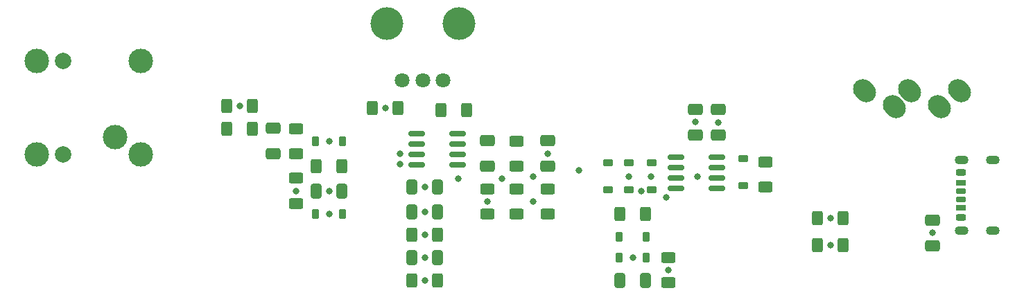
<source format=gts>
G04 #@! TF.GenerationSoftware,KiCad,Pcbnew,8.0.2*
G04 #@! TF.CreationDate,2024-08-20T22:37:26-04:00*
G04 #@! TF.ProjectId,plugnslay,706c7567-6e73-46c6-9179-2e6b69636164,rev?*
G04 #@! TF.SameCoordinates,Original*
G04 #@! TF.FileFunction,Soldermask,Top*
G04 #@! TF.FilePolarity,Negative*
%FSLAX46Y46*%
G04 Gerber Fmt 4.6, Leading zero omitted, Abs format (unit mm)*
G04 Created by KiCad (PCBNEW 8.0.2) date 2024-08-20 22:37:26*
%MOMM*%
%LPD*%
G01*
G04 APERTURE LIST*
G04 Aperture macros list*
%AMRoundRect*
0 Rectangle with rounded corners*
0 $1 Rounding radius*
0 $2 $3 $4 $5 $6 $7 $8 $9 X,Y pos of 4 corners*
0 Add a 4 corners polygon primitive as box body*
4,1,4,$2,$3,$4,$5,$6,$7,$8,$9,$2,$3,0*
0 Add four circle primitives for the rounded corners*
1,1,$1+$1,$2,$3*
1,1,$1+$1,$4,$5*
1,1,$1+$1,$6,$7*
1,1,$1+$1,$8,$9*
0 Add four rect primitives between the rounded corners*
20,1,$1+$1,$2,$3,$4,$5,0*
20,1,$1+$1,$4,$5,$6,$7,0*
20,1,$1+$1,$6,$7,$8,$9,0*
20,1,$1+$1,$8,$9,$2,$3,0*%
%AMHorizOval*
0 Thick line with rounded ends*
0 $1 width*
0 $2 $3 position (X,Y) of the first rounded end (center of the circle)*
0 $4 $5 position (X,Y) of the second rounded end (center of the circle)*
0 Add line between two ends*
20,1,$1,$2,$3,$4,$5,0*
0 Add two circle primitives to create the rounded ends*
1,1,$1,$2,$3*
1,1,$1,$4,$5*%
G04 Aperture macros list end*
%ADD10RoundRect,0.250000X-0.625000X0.400000X-0.625000X-0.400000X0.625000X-0.400000X0.625000X0.400000X0*%
%ADD11RoundRect,0.175000X0.425000X-0.175000X0.425000X0.175000X-0.425000X0.175000X-0.425000X-0.175000X0*%
%ADD12RoundRect,0.190000X-0.410000X0.190000X-0.410000X-0.190000X0.410000X-0.190000X0.410000X0.190000X0*%
%ADD13RoundRect,0.200000X-0.400000X0.200000X-0.400000X-0.200000X0.400000X-0.200000X0.400000X0.200000X0*%
%ADD14RoundRect,0.175000X-0.425000X0.175000X-0.425000X-0.175000X0.425000X-0.175000X0.425000X0.175000X0*%
%ADD15RoundRect,0.190000X0.410000X-0.190000X0.410000X0.190000X-0.410000X0.190000X-0.410000X-0.190000X0*%
%ADD16RoundRect,0.200000X0.400000X-0.200000X0.400000X0.200000X-0.400000X0.200000X-0.400000X-0.200000X0*%
%ADD17O,1.700000X1.100000*%
%ADD18RoundRect,0.250000X0.625000X-0.400000X0.625000X0.400000X-0.625000X0.400000X-0.625000X-0.400000X0*%
%ADD19RoundRect,0.225000X-0.375000X0.225000X-0.375000X-0.225000X0.375000X-0.225000X0.375000X0.225000X0*%
%ADD20RoundRect,0.250000X0.650000X-0.412500X0.650000X0.412500X-0.650000X0.412500X-0.650000X-0.412500X0*%
%ADD21RoundRect,0.150000X-0.825000X-0.150000X0.825000X-0.150000X0.825000X0.150000X-0.825000X0.150000X0*%
%ADD22C,3.000000*%
%ADD23C,2.000000*%
%ADD24RoundRect,0.250000X0.400000X0.625000X-0.400000X0.625000X-0.400000X-0.625000X0.400000X-0.625000X0*%
%ADD25RoundRect,0.250000X0.412500X0.650000X-0.412500X0.650000X-0.412500X-0.650000X0.412500X-0.650000X0*%
%ADD26RoundRect,0.250000X-0.650000X0.412500X-0.650000X-0.412500X0.650000X-0.412500X0.650000X0.412500X0*%
%ADD27RoundRect,0.250000X-0.400000X-0.625000X0.400000X-0.625000X0.400000X0.625000X-0.400000X0.625000X0*%
%ADD28RoundRect,0.250000X-0.412500X-0.650000X0.412500X-0.650000X0.412500X0.650000X-0.412500X0.650000X0*%
%ADD29HorizOval,2.400000X0.212132X-0.212132X-0.212132X0.212132X0*%
%ADD30RoundRect,0.225000X-0.225000X-0.375000X0.225000X-0.375000X0.225000X0.375000X-0.225000X0.375000X0*%
%ADD31C,4.000000*%
%ADD32C,1.800000*%
%ADD33RoundRect,0.225000X0.225000X0.375000X-0.225000X0.375000X-0.225000X-0.375000X0.225000X-0.375000X0*%
%ADD34RoundRect,0.225000X0.375000X-0.225000X0.375000X0.225000X-0.375000X0.225000X-0.375000X-0.225000X0*%
%ADD35C,0.800000*%
G04 APERTURE END LIST*
D10*
X142240000Y-110972000D03*
X142240000Y-114072000D03*
D11*
X200120000Y-112260000D03*
D12*
X200120000Y-110240000D03*
D13*
X200120000Y-109010000D03*
D14*
X200120000Y-111260000D03*
D15*
X200120000Y-113280000D03*
D16*
X200120000Y-114510000D03*
D17*
X200200000Y-116080000D03*
X204000000Y-116080000D03*
X200200000Y-107440000D03*
X204000000Y-107440000D03*
D18*
X118872000Y-112776000D03*
X118872000Y-109676000D03*
D19*
X162306000Y-107824000D03*
X162306000Y-111124000D03*
D20*
X149606000Y-108242500D03*
X149606000Y-105117500D03*
D21*
X133669000Y-104267000D03*
X133669000Y-105537000D03*
X133669000Y-106807000D03*
X133669000Y-108077000D03*
X138619000Y-108077000D03*
X138619000Y-106807000D03*
X138619000Y-105537000D03*
X138619000Y-104267000D03*
D22*
X96774000Y-104648000D03*
D23*
X90424000Y-106778000D03*
X90424000Y-95348000D03*
D22*
X87224000Y-106778000D03*
X87224000Y-95348000D03*
X99924000Y-106778000D03*
X99924000Y-95348000D03*
D24*
X185700000Y-117856000D03*
X182600000Y-117856000D03*
D19*
X159512000Y-107824000D03*
X159512000Y-111124000D03*
D18*
X145796000Y-114072000D03*
X145796000Y-110972000D03*
D24*
X161570000Y-114046000D03*
X158470000Y-114046000D03*
D25*
X136182500Y-119380000D03*
X133057500Y-119380000D03*
D24*
X136170000Y-122174000D03*
X133070000Y-122174000D03*
D25*
X161582500Y-122174000D03*
X158457500Y-122174000D03*
D26*
X142240000Y-105117500D03*
X142240000Y-108242500D03*
D27*
X128244000Y-101092000D03*
X131344000Y-101092000D03*
D26*
X116078000Y-103593500D03*
X116078000Y-106718500D03*
D28*
X121335000Y-111252000D03*
X124460000Y-111252000D03*
D21*
X165302000Y-107134000D03*
X165302000Y-108404000D03*
X165302000Y-109674000D03*
X165302000Y-110944000D03*
X170252000Y-110944000D03*
X170252000Y-109674000D03*
X170252000Y-108404000D03*
X170252000Y-107134000D03*
D10*
X149606000Y-110972000D03*
X149606000Y-114072000D03*
D29*
X191998000Y-100960000D03*
X193798000Y-98960000D03*
X199898000Y-98960000D03*
X197498000Y-100960000D03*
X188298000Y-98960000D03*
D26*
X170434000Y-101307500D03*
X170434000Y-104432500D03*
D18*
X176250000Y-110770000D03*
X176250000Y-107670000D03*
D30*
X121286000Y-105156000D03*
X124586000Y-105156000D03*
D31*
X129966000Y-90744000D03*
X138766000Y-90744000D03*
D32*
X136866000Y-97744000D03*
X134366000Y-97744000D03*
X131866000Y-97744000D03*
D27*
X133070000Y-116586000D03*
X136170000Y-116586000D03*
X121386000Y-108204000D03*
X124486000Y-108204000D03*
D33*
X161670000Y-116840000D03*
X158370000Y-116840000D03*
D30*
X158370000Y-119380000D03*
X161670000Y-119380000D03*
D20*
X167640000Y-104432500D03*
X167640000Y-101307500D03*
D27*
X136626000Y-101346000D03*
X139726000Y-101346000D03*
D18*
X118872000Y-106706000D03*
X118872000Y-103606000D03*
D27*
X110464000Y-103632000D03*
X113564000Y-103632000D03*
D33*
X124586000Y-114046000D03*
X121286000Y-114046000D03*
D26*
X196596000Y-114808000D03*
X196596000Y-117933000D03*
D18*
X164338000Y-122454000D03*
X164338000Y-119354000D03*
D24*
X185700000Y-114554000D03*
X182600000Y-114554000D03*
D34*
X156972000Y-111124000D03*
X156972000Y-107824000D03*
D27*
X110464000Y-100838000D03*
X113564000Y-100838000D03*
D18*
X145796000Y-108230000D03*
X145796000Y-105130000D03*
D25*
X136182500Y-110744000D03*
X133057500Y-110744000D03*
D34*
X173482000Y-110616000D03*
X173482000Y-107316000D03*
D28*
X133057500Y-113792000D03*
X136182500Y-113792000D03*
D35*
X134620000Y-113792000D03*
X129794000Y-101092000D03*
X167626153Y-102820847D03*
X122936000Y-111252000D03*
X184150000Y-114554000D03*
X134620000Y-110744000D03*
X147828000Y-109474000D03*
X196596000Y-116332000D03*
X112014000Y-100838000D03*
X142240000Y-112522000D03*
X118872000Y-111252000D03*
X131572000Y-107950000D03*
X134620000Y-122174000D03*
X160020000Y-119380000D03*
X134620000Y-119380000D03*
X184150000Y-117856000D03*
X164084000Y-112014000D03*
X170434000Y-102844000D03*
X164338000Y-120904000D03*
X122936000Y-114046000D03*
X131572000Y-106680000D03*
X122936000Y-105156000D03*
X138684000Y-109728000D03*
X134620000Y-116586000D03*
X153416000Y-108712000D03*
X149606000Y-106680000D03*
X162280000Y-109474000D03*
X161036000Y-111252000D03*
X159512000Y-109474000D03*
X144018000Y-109728000D03*
X147828000Y-112522000D03*
X167894000Y-109474000D03*
M02*

</source>
